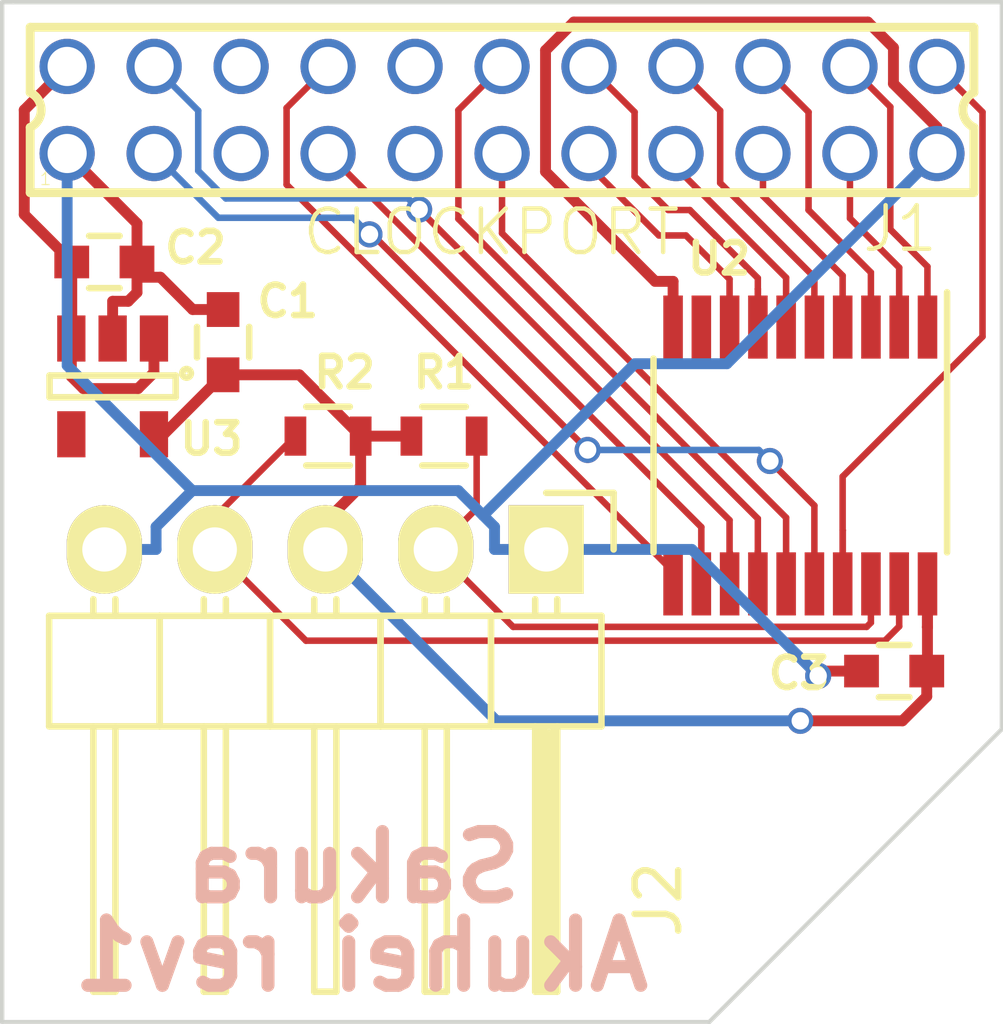
<source format=kicad_pcb>
(kicad_pcb (version 20171130) (host pcbnew "(5.1.12)-1")

  (general
    (thickness 1.6)
    (drawings 8)
    (tracks 193)
    (zones 0)
    (modules 9)
    (nets 26)
  )

  (page A4)
  (layers
    (0 F.Cu signal)
    (31 B.Cu signal)
    (32 B.Adhes user)
    (33 F.Adhes user)
    (34 B.Paste user)
    (35 F.Paste user)
    (36 B.SilkS user)
    (37 F.SilkS user)
    (38 B.Mask user)
    (39 F.Mask user)
    (40 Dwgs.User user)
    (41 Cmts.User user)
    (42 Eco1.User user)
    (43 Eco2.User user)
    (44 Edge.Cuts user)
    (45 Margin user)
    (46 B.CrtYd user)
    (47 F.CrtYd user)
    (48 B.Fab user)
    (49 F.Fab user)
  )

  (setup
    (last_trace_width 0.15)
    (trace_clearance 0.1)
    (zone_clearance 0.254)
    (zone_45_only no)
    (trace_min 0.1)
    (via_size 0.6)
    (via_drill 0.4)
    (via_min_size 0.4)
    (via_min_drill 0.3)
    (uvia_size 0.3)
    (uvia_drill 0.1)
    (uvias_allowed no)
    (uvia_min_size 0.2)
    (uvia_min_drill 0.1)
    (edge_width 0.1)
    (segment_width 0.2)
    (pcb_text_width 0.3)
    (pcb_text_size 1.5 1.5)
    (mod_edge_width 0.15)
    (mod_text_size 1 1)
    (mod_text_width 0.15)
    (pad_size 1.5 1.5)
    (pad_drill 0.6)
    (pad_to_mask_clearance 0)
    (aux_axis_origin 134.8867 121.92)
    (visible_elements 7FFFFFFF)
    (pcbplotparams
      (layerselection 0x210f8_80000001)
      (usegerberextensions false)
      (usegerberattributes true)
      (usegerberadvancedattributes true)
      (creategerberjobfile true)
      (excludeedgelayer true)
      (linewidth 0.100000)
      (plotframeref false)
      (viasonmask false)
      (mode 1)
      (useauxorigin true)
      (hpglpennumber 1)
      (hpglpenspeed 20)
      (hpglpendiameter 15.000000)
      (psnegative false)
      (psa4output false)
      (plotreference true)
      (plotvalue true)
      (plotinvisibletext false)
      (padsonsilk false)
      (subtractmaskfromsilk false)
      (outputformat 1)
      (mirror false)
      (drillshape 0)
      (scaleselection 1)
      (outputdirectory "Gerber/"))
  )

  (net 0 "")
  (net 1 +3V3)
  (net 2 GND)
  (net 3 +5V)
  (net 4 CP_INT)
  (net 5 CP_CS)
  (net 6 "Net-(J1-Pad5)")
  (net 7 "Net-(J1-Pad6)")
  (net 8 CP_IORD)
  (net 9 CP_IOWR)
  (net 10 "Net-(J1-Pad9)")
  (net 11 "Net-(J1-Pad10)")
  (net 12 /A1)
  (net 13 /A2)
  (net 14 /D7)
  (net 15 /D6)
  (net 16 /D5)
  (net 17 /D4)
  (net 18 /D3)
  (net 19 /D2)
  (net 20 /D1)
  (net 21 /D0)
  (net 22 CP_RESET)
  (net 23 SCL)
  (net 24 SDA)
  (net 25 "Net-(U2-Pad9)")

  (net_class Default "This is the default net class."
    (clearance 0.1)
    (trace_width 0.15)
    (via_dia 0.6)
    (via_drill 0.4)
    (uvia_dia 0.3)
    (uvia_drill 0.1)
    (add_net /A1)
    (add_net /A2)
    (add_net /D0)
    (add_net /D1)
    (add_net /D2)
    (add_net /D3)
    (add_net /D4)
    (add_net /D5)
    (add_net /D6)
    (add_net /D7)
    (add_net CP_CS)
    (add_net CP_INT)
    (add_net CP_IORD)
    (add_net CP_IOWR)
    (add_net CP_RESET)
    (add_net "Net-(J1-Pad10)")
    (add_net "Net-(J1-Pad5)")
    (add_net "Net-(J1-Pad6)")
    (add_net "Net-(J1-Pad9)")
    (add_net "Net-(U2-Pad9)")
    (add_net SCL)
    (add_net SDA)
  )

  (net_class Power ""
    (clearance 0.2)
    (trace_width 0.25)
    (via_dia 0.6)
    (via_drill 0.4)
    (uvia_dia 0.3)
    (uvia_drill 0.1)
    (add_net +3V3)
    (add_net +5V)
    (add_net GND)
  )

  (module Capacitors_SMD:C_0603 (layer F.Cu) (tedit 566BD818) (tstamp 55D47427)
    (at 141.732 104.458 90)
    (descr "Capacitor SMD 0603, reflow soldering, AVX (see smccp.pdf)")
    (tags "capacitor 0603")
    (path /55CFA068)
    (attr smd)
    (fp_text reference C1 (at 0.9398 1.4859 180) (layer F.SilkS)
      (effects (font (size 0.7 0.7) (thickness 0.15)))
    )
    (fp_text value 1uF (at -0.0381 0.0127 180) (layer F.Fab)
      (effects (font (size 0.5 0.5) (thickness 0.125)))
    )
    (fp_line (start -1.45 -0.75) (end 1.45 -0.75) (layer F.CrtYd) (width 0.05))
    (fp_line (start -1.45 0.75) (end 1.45 0.75) (layer F.CrtYd) (width 0.05))
    (fp_line (start -1.45 -0.75) (end -1.45 0.75) (layer F.CrtYd) (width 0.05))
    (fp_line (start 1.45 -0.75) (end 1.45 0.75) (layer F.CrtYd) (width 0.05))
    (fp_line (start -0.35 -0.6) (end 0.35 -0.6) (layer F.SilkS) (width 0.15))
    (fp_line (start 0.35 0.6) (end -0.35 0.6) (layer F.SilkS) (width 0.15))
    (pad 1 smd rect (at -0.75 0 90) (size 0.8 0.75) (layers F.Cu F.Paste F.Mask)
      (net 1 +3V3))
    (pad 2 smd rect (at 0.75 0 90) (size 0.8 0.75) (layers F.Cu F.Paste F.Mask)
      (net 2 GND))
    (model Capacitors_SMD.3dshapes/C_0603.wrl
      (at (xyz 0 0 0))
      (scale (xyz 1 1 1))
      (rotate (xyz 0 0 0))
    )
  )

  (module Capacitors_SMD:C_0603 (layer F.Cu) (tedit 566BD80E) (tstamp 55D47433)
    (at 139.002 102.616)
    (descr "Capacitor SMD 0603, reflow soldering, AVX (see smccp.pdf)")
    (tags "capacitor 0603")
    (path /55CFA110)
    (attr smd)
    (fp_text reference C2 (at 2.0955 -0.3302) (layer F.SilkS)
      (effects (font (size 0.7 0.7) (thickness 0.15)))
    )
    (fp_text value 0.1uF (at 0.0254 -0.0508 90) (layer F.Fab)
      (effects (font (size 0.5 0.5) (thickness 0.125)))
    )
    (fp_line (start -1.45 -0.75) (end 1.45 -0.75) (layer F.CrtYd) (width 0.05))
    (fp_line (start -1.45 0.75) (end 1.45 0.75) (layer F.CrtYd) (width 0.05))
    (fp_line (start -1.45 -0.75) (end -1.45 0.75) (layer F.CrtYd) (width 0.05))
    (fp_line (start 1.45 -0.75) (end 1.45 0.75) (layer F.CrtYd) (width 0.05))
    (fp_line (start -0.35 -0.6) (end 0.35 -0.6) (layer F.SilkS) (width 0.15))
    (fp_line (start 0.35 0.6) (end -0.35 0.6) (layer F.SilkS) (width 0.15))
    (pad 1 smd rect (at -0.75 0) (size 0.8 0.75) (layers F.Cu F.Paste F.Mask)
      (net 3 +5V))
    (pad 2 smd rect (at 0.75 0) (size 0.8 0.75) (layers F.Cu F.Paste F.Mask)
      (net 2 GND))
    (model Capacitors_SMD.3dshapes/C_0603.wrl
      (at (xyz 0 0 0))
      (scale (xyz 1 1 1))
      (rotate (xyz 0 0 0))
    )
  )

  (module Capacitors_SMD:C_0603 (layer F.Cu) (tedit 566BD873) (tstamp 55D4743F)
    (at 157.162 112.014 180)
    (descr "Capacitor SMD 0603, reflow soldering, AVX (see smccp.pdf)")
    (tags "capacitor 0603")
    (path /55CFC60B)
    (attr smd)
    (fp_text reference C3 (at 2.1844 -0.0508 180) (layer F.SilkS)
      (effects (font (size 0.7 0.7) (thickness 0.15)))
    )
    (fp_text value 100nF (at 0.0508 -1.3081 180) (layer F.Fab)
      (effects (font (size 0.5 0.5) (thickness 0.125)))
    )
    (fp_line (start -1.45 -0.75) (end 1.45 -0.75) (layer F.CrtYd) (width 0.05))
    (fp_line (start -1.45 0.75) (end 1.45 0.75) (layer F.CrtYd) (width 0.05))
    (fp_line (start -1.45 -0.75) (end -1.45 0.75) (layer F.CrtYd) (width 0.05))
    (fp_line (start 1.45 -0.75) (end 1.45 0.75) (layer F.CrtYd) (width 0.05))
    (fp_line (start -0.35 -0.6) (end 0.35 -0.6) (layer F.SilkS) (width 0.15))
    (fp_line (start 0.35 0.6) (end -0.35 0.6) (layer F.SilkS) (width 0.15))
    (pad 1 smd rect (at -0.75 0 180) (size 0.8 0.75) (layers F.Cu F.Paste F.Mask)
      (net 1 +3V3))
    (pad 2 smd rect (at 0.75 0 180) (size 0.8 0.75) (layers F.Cu F.Paste F.Mask)
      (net 2 GND))
    (model Capacitors_SMD.3dshapes/C_0603.wrl
      (at (xyz 0 0 0))
      (scale (xyz 1 1 1))
      (rotate (xyz 0 0 0))
    )
  )

  (module con-molex:87758-2216 (layer F.Cu) (tedit 566C2A04) (tstamp 55D47478)
    (at 148.146 99.1235)
    (descr "<b>22 Pin - 2mm Dual Row Single Wafer, Vertical T/H HDR</b><p> Source: http://www.molex.com/pdm_docs/sd/877580616_sd.pdf")
    (path /55CF5772)
    (fp_text reference J1 (at 8.2296 3.3147) (layer F.SilkS)
      (effects (font (size 1 1) (thickness 0.1016)) (justify left bottom))
    )
    (fp_text value CLOCKPORT (at -4.6482 3.3909) (layer F.SilkS)
      (effects (font (size 1 1) (thickness 0.1016)) (justify left bottom))
    )
    (fp_line (start -10.85 1.9) (end 10.85 1.9) (layer F.SilkS) (width 0.2032))
    (fp_line (start 10.85 1.9) (end 10.85 0.4) (layer F.SilkS) (width 0.2032))
    (fp_line (start 10.85 -0.4) (end 10.85 -1.9) (layer F.SilkS) (width 0.2032))
    (fp_line (start 10.85 -1.9) (end -10.85 -1.9) (layer F.SilkS) (width 0.2032))
    (fp_line (start -10.85 -1.9) (end -10.85 -0.4) (layer F.SilkS) (width 0.2032))
    (fp_line (start -10.85 0.4) (end -10.85 1.9) (layer F.SilkS) (width 0.2032))
    (fp_poly (pts (xy -10.25 1.25) (xy -9.75 1.25) (xy -9.75 0.75) (xy -10.25 0.75)) (layer Dwgs.User) (width 0))
    (fp_poly (pts (xy -10.25 -0.75) (xy -9.75 -0.75) (xy -9.75 -1.25) (xy -10.25 -1.25)) (layer Dwgs.User) (width 0))
    (fp_poly (pts (xy -8.25 1.25) (xy -7.75 1.25) (xy -7.75 0.75) (xy -8.25 0.75)) (layer Dwgs.User) (width 0))
    (fp_poly (pts (xy -8.25 -0.75) (xy -7.75 -0.75) (xy -7.75 -1.25) (xy -8.25 -1.25)) (layer Dwgs.User) (width 0))
    (fp_poly (pts (xy -6.25 1.25) (xy -5.75 1.25) (xy -5.75 0.75) (xy -6.25 0.75)) (layer Dwgs.User) (width 0))
    (fp_poly (pts (xy -6.25 -0.75) (xy -5.75 -0.75) (xy -5.75 -1.25) (xy -6.25 -1.25)) (layer Dwgs.User) (width 0))
    (fp_poly (pts (xy -4.25 1.25) (xy -3.75 1.25) (xy -3.75 0.75) (xy -4.25 0.75)) (layer Dwgs.User) (width 0))
    (fp_poly (pts (xy -4.25 -0.75) (xy -3.75 -0.75) (xy -3.75 -1.25) (xy -4.25 -1.25)) (layer Dwgs.User) (width 0))
    (fp_poly (pts (xy -2.25 1.25) (xy -1.75 1.25) (xy -1.75 0.75) (xy -2.25 0.75)) (layer Dwgs.User) (width 0))
    (fp_poly (pts (xy -2.25 -0.75) (xy -1.75 -0.75) (xy -1.75 -1.25) (xy -2.25 -1.25)) (layer Dwgs.User) (width 0))
    (fp_poly (pts (xy -0.25 1.25) (xy 0.25 1.25) (xy 0.25 0.75) (xy -0.25 0.75)) (layer Dwgs.User) (width 0))
    (fp_poly (pts (xy -0.25 -0.75) (xy 0.25 -0.75) (xy 0.25 -1.25) (xy -0.25 -1.25)) (layer Dwgs.User) (width 0))
    (fp_poly (pts (xy 1.75 1.25) (xy 2.25 1.25) (xy 2.25 0.75) (xy 1.75 0.75)) (layer Dwgs.User) (width 0))
    (fp_poly (pts (xy 1.75 -0.75) (xy 2.25 -0.75) (xy 2.25 -1.25) (xy 1.75 -1.25)) (layer Dwgs.User) (width 0))
    (fp_poly (pts (xy 3.75 1.25) (xy 4.25 1.25) (xy 4.25 0.75) (xy 3.75 0.75)) (layer Dwgs.User) (width 0))
    (fp_poly (pts (xy 3.75 -0.75) (xy 4.25 -0.75) (xy 4.25 -1.25) (xy 3.75 -1.25)) (layer Dwgs.User) (width 0))
    (fp_poly (pts (xy 5.75 1.25) (xy 6.25 1.25) (xy 6.25 0.75) (xy 5.75 0.75)) (layer Dwgs.User) (width 0))
    (fp_poly (pts (xy 5.75 -0.75) (xy 6.25 -0.75) (xy 6.25 -1.25) (xy 5.75 -1.25)) (layer Dwgs.User) (width 0))
    (fp_poly (pts (xy 7.75 1.25) (xy 8.25 1.25) (xy 8.25 0.75) (xy 7.75 0.75)) (layer Dwgs.User) (width 0))
    (fp_poly (pts (xy 7.75 -0.75) (xy 8.25 -0.75) (xy 8.25 -1.25) (xy 7.75 -1.25)) (layer Dwgs.User) (width 0))
    (fp_poly (pts (xy 9.75 1.25) (xy 10.25 1.25) (xy 10.25 0.75) (xy 9.75 0.75)) (layer Dwgs.User) (width 0))
    (fp_poly (pts (xy 9.75 -0.75) (xy 10.25 -0.75) (xy 10.25 -1.25) (xy 9.75 -1.25)) (layer Dwgs.User) (width 0))
    (fp_text user 1 (at -10.65 1.75) (layer F.SilkS)
      (effects (font (size 0.28956 0.28956) (thickness 0.024384)) (justify left bottom))
    )
    (fp_arc (start -11.039999 0) (end -10.85 -0.4) (angle 129.184564) (layer F.SilkS) (width 0.2032))
    (fp_arc (start 11.039999 0) (end 10.85 0.4) (angle 129.184564) (layer F.SilkS) (width 0.2032))
    (pad 1 thru_hole circle (at -10 1) (size 1.27 1.27) (drill 0.9) (layers *.Cu *.Mask)
      (net 2 GND))
    (pad 2 thru_hole circle (at -10 -1) (size 1.27 1.27) (drill 0.9) (layers *.Cu *.Mask)
      (net 3 +5V))
    (pad 3 thru_hole circle (at -8 1) (size 1.27 1.27) (drill 0.9) (layers *.Cu *.Mask)
      (net 4 CP_INT))
    (pad 4 thru_hole circle (at -8 -1) (size 1.27 1.27) (drill 0.9) (layers *.Cu *.Mask)
      (net 5 CP_CS))
    (pad 5 thru_hole circle (at -6 1) (size 1.27 1.27) (drill 0.9) (layers *.Cu *.Mask)
      (net 6 "Net-(J1-Pad5)"))
    (pad 6 thru_hole circle (at -6 -1) (size 1.27 1.27) (drill 0.9) (layers *.Cu *.Mask)
      (net 7 "Net-(J1-Pad6)"))
    (pad 7 thru_hole circle (at -4 1) (size 1.27 1.27) (drill 0.9) (layers *.Cu *.Mask)
      (net 8 CP_IORD))
    (pad 8 thru_hole circle (at -4 -1) (size 1.27 1.27) (drill 0.9) (layers *.Cu *.Mask)
      (net 9 CP_IOWR))
    (pad 9 thru_hole circle (at -2 1) (size 1.27 1.27) (drill 0.9) (layers *.Cu *.Mask)
      (net 10 "Net-(J1-Pad9)"))
    (pad 10 thru_hole circle (at -2 -1) (size 1.27 1.27) (drill 0.9) (layers *.Cu *.Mask)
      (net 11 "Net-(J1-Pad10)"))
    (pad 11 thru_hole circle (at 0 1) (size 1.27 1.27) (drill 0.9) (layers *.Cu *.Mask)
      (net 13 /A2))
    (pad 12 thru_hole circle (at 0 -1) (size 1.27 1.27) (drill 0.9) (layers *.Cu *.Mask)
      (net 12 /A1))
    (pad 13 thru_hole circle (at 2 1) (size 1.27 1.27) (drill 0.9) (layers *.Cu *.Mask)
      (net 14 /D7))
    (pad 14 thru_hole circle (at 2 -1) (size 1.27 1.27) (drill 0.9) (layers *.Cu *.Mask)
      (net 15 /D6))
    (pad 15 thru_hole circle (at 4 1) (size 1.27 1.27) (drill 0.9) (layers *.Cu *.Mask)
      (net 16 /D5))
    (pad 16 thru_hole circle (at 4 -1) (size 1.27 1.27) (drill 0.9) (layers *.Cu *.Mask)
      (net 17 /D4))
    (pad 17 thru_hole circle (at 6 1) (size 1.27 1.27) (drill 0.9) (layers *.Cu *.Mask)
      (net 18 /D3))
    (pad 18 thru_hole circle (at 6 -1) (size 1.27 1.27) (drill 0.9) (layers *.Cu *.Mask)
      (net 19 /D2))
    (pad 19 thru_hole circle (at 8 1) (size 1.27 1.27) (drill 0.9) (layers *.Cu *.Mask)
      (net 20 /D1))
    (pad 20 thru_hole circle (at 8 -1) (size 1.27 1.27) (drill 0.9) (layers *.Cu *.Mask)
      (net 21 /D0))
    (pad 21 thru_hole circle (at 10 1) (size 1.27 1.27) (drill 0.9) (layers *.Cu *.Mask)
      (net 2 GND))
    (pad 22 thru_hole circle (at 10 -1) (size 1.27 1.27) (drill 0.9) (layers *.Cu *.Mask)
      (net 22 CP_RESET))
  )

  (module Pin_Headers:Pin_Header_Angled_1x05 (layer F.Cu) (tedit 566BD5CF) (tstamp 55D474B9)
    (at 149.162 109.22 270)
    (descr "Through hole pin header")
    (tags "pin header")
    (path /55CF6E7C)
    (fp_text reference J2 (at 8.0391 -2.5781 270) (layer F.SilkS)
      (effects (font (size 1 1) (thickness 0.15)))
    )
    (fp_text value I2C (at 5.2197 -2.6035 270) (layer F.Fab)
      (effects (font (size 1 1) (thickness 0.15)))
    )
    (fp_line (start -1.5 -1.75) (end -1.5 11.95) (layer F.CrtYd) (width 0.05))
    (fp_line (start 10.65 -1.75) (end 10.65 11.95) (layer F.CrtYd) (width 0.05))
    (fp_line (start -1.5 -1.75) (end 10.65 -1.75) (layer F.CrtYd) (width 0.05))
    (fp_line (start -1.5 11.95) (end 10.65 11.95) (layer F.CrtYd) (width 0.05))
    (fp_line (start -1.3 -1.55) (end -1.3 0) (layer F.SilkS) (width 0.15))
    (fp_line (start 0 -1.55) (end -1.3 -1.55) (layer F.SilkS) (width 0.15))
    (fp_line (start 4.191 -0.127) (end 10.033 -0.127) (layer F.SilkS) (width 0.15))
    (fp_line (start 10.033 -0.127) (end 10.033 0.127) (layer F.SilkS) (width 0.15))
    (fp_line (start 10.033 0.127) (end 4.191 0.127) (layer F.SilkS) (width 0.15))
    (fp_line (start 4.191 0.127) (end 4.191 0) (layer F.SilkS) (width 0.15))
    (fp_line (start 4.191 0) (end 10.033 0) (layer F.SilkS) (width 0.15))
    (fp_line (start 1.524 -0.254) (end 1.143 -0.254) (layer F.SilkS) (width 0.15))
    (fp_line (start 1.524 0.254) (end 1.143 0.254) (layer F.SilkS) (width 0.15))
    (fp_line (start 1.524 2.286) (end 1.143 2.286) (layer F.SilkS) (width 0.15))
    (fp_line (start 1.524 2.794) (end 1.143 2.794) (layer F.SilkS) (width 0.15))
    (fp_line (start 1.524 4.826) (end 1.143 4.826) (layer F.SilkS) (width 0.15))
    (fp_line (start 1.524 5.334) (end 1.143 5.334) (layer F.SilkS) (width 0.15))
    (fp_line (start 1.524 7.366) (end 1.143 7.366) (layer F.SilkS) (width 0.15))
    (fp_line (start 1.524 7.874) (end 1.143 7.874) (layer F.SilkS) (width 0.15))
    (fp_line (start 1.524 10.414) (end 1.143 10.414) (layer F.SilkS) (width 0.15))
    (fp_line (start 1.524 9.906) (end 1.143 9.906) (layer F.SilkS) (width 0.15))
    (fp_line (start 4.064 1.27) (end 4.064 -1.27) (layer F.SilkS) (width 0.15))
    (fp_line (start 10.16 0.254) (end 4.064 0.254) (layer F.SilkS) (width 0.15))
    (fp_line (start 10.16 -0.254) (end 10.16 0.254) (layer F.SilkS) (width 0.15))
    (fp_line (start 4.064 -0.254) (end 10.16 -0.254) (layer F.SilkS) (width 0.15))
    (fp_line (start 1.524 1.27) (end 4.064 1.27) (layer F.SilkS) (width 0.15))
    (fp_line (start 1.524 -1.27) (end 1.524 1.27) (layer F.SilkS) (width 0.15))
    (fp_line (start 1.524 -1.27) (end 4.064 -1.27) (layer F.SilkS) (width 0.15))
    (fp_line (start 1.524 3.81) (end 4.064 3.81) (layer F.SilkS) (width 0.15))
    (fp_line (start 1.524 3.81) (end 1.524 6.35) (layer F.SilkS) (width 0.15))
    (fp_line (start 1.524 6.35) (end 4.064 6.35) (layer F.SilkS) (width 0.15))
    (fp_line (start 4.064 4.826) (end 10.16 4.826) (layer F.SilkS) (width 0.15))
    (fp_line (start 10.16 4.826) (end 10.16 5.334) (layer F.SilkS) (width 0.15))
    (fp_line (start 10.16 5.334) (end 4.064 5.334) (layer F.SilkS) (width 0.15))
    (fp_line (start 4.064 6.35) (end 4.064 3.81) (layer F.SilkS) (width 0.15))
    (fp_line (start 4.064 3.81) (end 4.064 1.27) (layer F.SilkS) (width 0.15))
    (fp_line (start 10.16 2.794) (end 4.064 2.794) (layer F.SilkS) (width 0.15))
    (fp_line (start 10.16 2.286) (end 10.16 2.794) (layer F.SilkS) (width 0.15))
    (fp_line (start 4.064 2.286) (end 10.16 2.286) (layer F.SilkS) (width 0.15))
    (fp_line (start 1.524 3.81) (end 4.064 3.81) (layer F.SilkS) (width 0.15))
    (fp_line (start 1.524 1.27) (end 1.524 3.81) (layer F.SilkS) (width 0.15))
    (fp_line (start 1.524 1.27) (end 4.064 1.27) (layer F.SilkS) (width 0.15))
    (fp_line (start 1.524 8.89) (end 4.064 8.89) (layer F.SilkS) (width 0.15))
    (fp_line (start 1.524 8.89) (end 1.524 11.43) (layer F.SilkS) (width 0.15))
    (fp_line (start 1.524 11.43) (end 4.064 11.43) (layer F.SilkS) (width 0.15))
    (fp_line (start 4.064 9.906) (end 10.16 9.906) (layer F.SilkS) (width 0.15))
    (fp_line (start 10.16 9.906) (end 10.16 10.414) (layer F.SilkS) (width 0.15))
    (fp_line (start 10.16 10.414) (end 4.064 10.414) (layer F.SilkS) (width 0.15))
    (fp_line (start 4.064 11.43) (end 4.064 8.89) (layer F.SilkS) (width 0.15))
    (fp_line (start 4.064 8.89) (end 4.064 6.35) (layer F.SilkS) (width 0.15))
    (fp_line (start 10.16 7.874) (end 4.064 7.874) (layer F.SilkS) (width 0.15))
    (fp_line (start 10.16 7.366) (end 10.16 7.874) (layer F.SilkS) (width 0.15))
    (fp_line (start 4.064 7.366) (end 10.16 7.366) (layer F.SilkS) (width 0.15))
    (fp_line (start 1.524 8.89) (end 4.064 8.89) (layer F.SilkS) (width 0.15))
    (fp_line (start 1.524 6.35) (end 1.524 8.89) (layer F.SilkS) (width 0.15))
    (fp_line (start 1.524 6.35) (end 4.064 6.35) (layer F.SilkS) (width 0.15))
    (pad 1 thru_hole rect (at 0 0 270) (size 2.032 1.7272) (drill 1.016) (layers *.Cu *.Mask F.SilkS)
      (net 2 GND))
    (pad 2 thru_hole oval (at 0 2.54 270) (size 2.032 1.7272) (drill 1.016) (layers *.Cu *.Mask F.SilkS)
      (net 23 SCL))
    (pad 3 thru_hole oval (at 0 5.08 270) (size 2.032 1.7272) (drill 1.016) (layers *.Cu *.Mask F.SilkS)
      (net 1 +3V3))
    (pad 4 thru_hole oval (at 0 7.62 270) (size 2.032 1.7272) (drill 1.016) (layers *.Cu *.Mask F.SilkS)
      (net 24 SDA))
    (pad 5 thru_hole oval (at 0 10.16 270) (size 2.032 1.7272) (drill 1.016) (layers *.Cu *.Mask F.SilkS)
      (net 2 GND))
    (model Pin_Headers.3dshapes/Pin_Header_Angled_1x05.wrl
      (offset (xyz 0 -5.079999923706055 0))
      (scale (xyz 1 1 1))
      (rotate (xyz 0 0 90))
    )
  )

  (module Resistors_SMD:R_0603 (layer F.Cu) (tedit 566BD83C) (tstamp 55D474C5)
    (at 146.812 106.616 180)
    (descr "Resistor SMD 0603, reflow soldering, Vishay (see dcrcw.pdf)")
    (tags "resistor 0603")
    (path /55CF7044)
    (attr smd)
    (fp_text reference R1 (at 0 1.4605 180) (layer F.SilkS)
      (effects (font (size 0.7 0.7) (thickness 0.15)))
    )
    (fp_text value 4.7k (at -0.0381 0 270) (layer F.Fab)
      (effects (font (size 0.5 0.5) (thickness 0.125)))
    )
    (fp_line (start -1.3 -0.8) (end 1.3 -0.8) (layer F.CrtYd) (width 0.05))
    (fp_line (start -1.3 0.8) (end 1.3 0.8) (layer F.CrtYd) (width 0.05))
    (fp_line (start -1.3 -0.8) (end -1.3 0.8) (layer F.CrtYd) (width 0.05))
    (fp_line (start 1.3 -0.8) (end 1.3 0.8) (layer F.CrtYd) (width 0.05))
    (fp_line (start 0.5 0.675) (end -0.5 0.675) (layer F.SilkS) (width 0.15))
    (fp_line (start -0.5 -0.675) (end 0.5 -0.675) (layer F.SilkS) (width 0.15))
    (pad 1 smd rect (at -0.75 0 180) (size 0.5 0.9) (layers F.Cu F.Paste F.Mask)
      (net 23 SCL))
    (pad 2 smd rect (at 0.75 0 180) (size 0.5 0.9) (layers F.Cu F.Paste F.Mask)
      (net 1 +3V3))
    (model Resistors_SMD.3dshapes/R_0603.wrl
      (at (xyz 0 0 0))
      (scale (xyz 1 1 1))
      (rotate (xyz 0 0 0))
    )
  )

  (module Resistors_SMD:R_0603 (layer F.Cu) (tedit 566BD835) (tstamp 55D474D1)
    (at 144.145 106.616)
    (descr "Resistor SMD 0603, reflow soldering, Vishay (see dcrcw.pdf)")
    (tags "resistor 0603")
    (path /55CF70F8)
    (attr smd)
    (fp_text reference R2 (at 0.381 -1.4605) (layer F.SilkS)
      (effects (font (size 0.7 0.7) (thickness 0.15)))
    )
    (fp_text value 4.7k (at 0.0254 -0.0254 90) (layer F.Fab)
      (effects (font (size 0.5 0.5) (thickness 0.125)))
    )
    (fp_line (start -1.3 -0.8) (end 1.3 -0.8) (layer F.CrtYd) (width 0.05))
    (fp_line (start -1.3 0.8) (end 1.3 0.8) (layer F.CrtYd) (width 0.05))
    (fp_line (start -1.3 -0.8) (end -1.3 0.8) (layer F.CrtYd) (width 0.05))
    (fp_line (start 1.3 -0.8) (end 1.3 0.8) (layer F.CrtYd) (width 0.05))
    (fp_line (start 0.5 0.675) (end -0.5 0.675) (layer F.SilkS) (width 0.15))
    (fp_line (start -0.5 -0.675) (end 0.5 -0.675) (layer F.SilkS) (width 0.15))
    (pad 1 smd rect (at -0.75 0) (size 0.5 0.9) (layers F.Cu F.Paste F.Mask)
      (net 24 SDA))
    (pad 2 smd rect (at 0.75 0) (size 0.5 0.9) (layers F.Cu F.Paste F.Mask)
      (net 1 +3V3))
    (model Resistors_SMD.3dshapes/R_0603.wrl
      (at (xyz 0 0 0))
      (scale (xyz 1 1 1))
      (rotate (xyz 0 0 0))
    )
  )

  (module Housings_SSOP:TSSOP-20_4.4x6.5mm_Pitch0.65mm (layer F.Cu) (tedit 566BD845) (tstamp 55D474EF)
    (at 155.004 107.061 270)
    (descr "20-Lead Plastic Thin Shrink Small Outline (ST)-4.4 mm Body [TSSOP] (see Microchip Packaging Specification 00000049BS.pdf)")
    (tags "SSOP 0.65")
    (path /55CF57A4)
    (attr smd)
    (fp_text reference U2 (at -4.5212 1.8669) (layer F.SilkS)
      (effects (font (size 0.7 0.7) (thickness 0.15)))
    )
    (fp_text value PCA9564 (at -1.7018 4.0386 270) (layer F.Fab)
      (effects (font (size 0.7 0.7) (thickness 0.15)))
    )
    (fp_line (start -3.95 -3.55) (end -3.95 3.55) (layer F.CrtYd) (width 0.05))
    (fp_line (start 3.95 -3.55) (end 3.95 3.55) (layer F.CrtYd) (width 0.05))
    (fp_line (start -3.95 -3.55) (end 3.95 -3.55) (layer F.CrtYd) (width 0.05))
    (fp_line (start -3.95 3.55) (end 3.95 3.55) (layer F.CrtYd) (width 0.05))
    (fp_line (start -2.225 3.375) (end 2.225 3.375) (layer F.SilkS) (width 0.15))
    (fp_line (start -3.75 -3.375) (end 2.225 -3.375) (layer F.SilkS) (width 0.15))
    (pad 1 smd rect (at -2.95 -2.925 270) (size 1.45 0.45) (layers F.Cu F.Paste F.Mask)
      (net 21 /D0))
    (pad 2 smd rect (at -2.95 -2.275 270) (size 1.45 0.45) (layers F.Cu F.Paste F.Mask)
      (net 20 /D1))
    (pad 3 smd rect (at -2.95 -1.625 270) (size 1.45 0.45) (layers F.Cu F.Paste F.Mask)
      (net 19 /D2))
    (pad 4 smd rect (at -2.95 -0.975 270) (size 1.45 0.45) (layers F.Cu F.Paste F.Mask)
      (net 18 /D3))
    (pad 5 smd rect (at -2.95 -0.325 270) (size 1.45 0.45) (layers F.Cu F.Paste F.Mask)
      (net 17 /D4))
    (pad 6 smd rect (at -2.95 0.325 270) (size 1.45 0.45) (layers F.Cu F.Paste F.Mask)
      (net 16 /D5))
    (pad 7 smd rect (at -2.95 0.975 270) (size 1.45 0.45) (layers F.Cu F.Paste F.Mask)
      (net 15 /D6))
    (pad 8 smd rect (at -2.95 1.625 270) (size 1.45 0.45) (layers F.Cu F.Paste F.Mask)
      (net 14 /D7))
    (pad 9 smd rect (at -2.95 2.275 270) (size 1.45 0.45) (layers F.Cu F.Paste F.Mask)
      (net 25 "Net-(U2-Pad9)"))
    (pad 10 smd rect (at -2.95 2.925 270) (size 1.45 0.45) (layers F.Cu F.Paste F.Mask)
      (net 2 GND))
    (pad 11 smd rect (at 2.95 2.925 270) (size 1.45 0.45) (layers F.Cu F.Paste F.Mask)
      (net 9 CP_IOWR))
    (pad 12 smd rect (at 2.95 2.275 270) (size 1.45 0.45) (layers F.Cu F.Paste F.Mask)
      (net 8 CP_IORD))
    (pad 13 smd rect (at 2.95 1.625 270) (size 1.45 0.45) (layers F.Cu F.Paste F.Mask)
      (net 5 CP_CS))
    (pad 14 smd rect (at 2.95 0.975 270) (size 1.45 0.45) (layers F.Cu F.Paste F.Mask)
      (net 12 /A1))
    (pad 15 smd rect (at 2.95 0.325 270) (size 1.45 0.45) (layers F.Cu F.Paste F.Mask)
      (net 13 /A2))
    (pad 16 smd rect (at 2.95 -0.325 270) (size 1.45 0.45) (layers F.Cu F.Paste F.Mask)
      (net 4 CP_INT))
    (pad 17 smd rect (at 2.95 -0.975 270) (size 1.45 0.45) (layers F.Cu F.Paste F.Mask)
      (net 22 CP_RESET))
    (pad 18 smd rect (at 2.95 -1.625 270) (size 1.45 0.45) (layers F.Cu F.Paste F.Mask)
      (net 23 SCL))
    (pad 19 smd rect (at 2.95 -2.275 270) (size 1.45 0.45) (layers F.Cu F.Paste F.Mask)
      (net 24 SDA))
    (pad 20 smd rect (at 2.95 -2.925 270) (size 1.45 0.45) (layers F.Cu F.Paste F.Mask)
      (net 1 +3V3))
    (model Housings_SSOP.3dshapes/TSSOP-20_4.4x6.5mm_Pitch0.65mm.wrl
      (at (xyz 0 0 0))
      (scale (xyz 1 1 1))
      (rotate (xyz 0 0 0))
    )
  )

  (module SOT-23-5 (layer F.Cu) (tedit 566BD82A) (tstamp 55D47501)
    (at 139.192 105.474 270)
    (descr "5-pin SOT23 package")
    (tags SOT-23-5)
    (path /55CF8B6E)
    (attr smd)
    (fp_text reference U3 (at 1.2065 -2.2733) (layer F.SilkS)
      (effects (font (size 0.7 0.7) (thickness 0.15)))
    )
    (fp_text value TLV70233DBV (at -0.254 1.8923 270) (layer F.Fab)
      (effects (font (size 0.5 0.5) (thickness 0.125)))
    )
    (fp_circle (center -0.3 -1.7) (end -0.2 -1.7) (layer F.SilkS) (width 0.15))
    (fp_line (start -1.8 -1.6) (end 1.8 -1.6) (layer F.CrtYd) (width 0.05))
    (fp_line (start 1.8 -1.6) (end 1.8 1.6) (layer F.CrtYd) (width 0.05))
    (fp_line (start 1.8 1.6) (end -1.8 1.6) (layer F.CrtYd) (width 0.05))
    (fp_line (start -1.8 1.6) (end -1.8 -1.6) (layer F.CrtYd) (width 0.05))
    (fp_line (start 0.25 -1.45) (end -0.25 -1.45) (layer F.SilkS) (width 0.15))
    (fp_line (start 0.25 1.45) (end 0.25 -1.45) (layer F.SilkS) (width 0.15))
    (fp_line (start -0.25 1.45) (end 0.25 1.45) (layer F.SilkS) (width 0.15))
    (fp_line (start -0.25 -1.45) (end -0.25 1.45) (layer F.SilkS) (width 0.15))
    (pad 1 smd rect (at -1.1 -0.95 270) (size 1.06 0.65) (layers F.Cu F.Paste F.Mask)
      (net 3 +5V))
    (pad 2 smd rect (at -1.1 0 270) (size 1.06 0.65) (layers F.Cu F.Paste F.Mask)
      (net 2 GND))
    (pad 3 smd rect (at -1.1 0.95 270) (size 1.06 0.65) (layers F.Cu F.Paste F.Mask)
      (net 3 +5V))
    (pad 4 smd rect (at 1.1 0.95 270) (size 1.06 0.65) (layers F.Cu F.Paste F.Mask))
    (pad 5 smd rect (at 1.1 -0.95 270) (size 1.06 0.65) (layers F.Cu F.Paste F.Mask)
      (net 1 +3V3))
    (model Housings_SOT-23_SOT-143_TSOT-6.3dshapes/SOT-23-5.wrl
      (at (xyz 0 0 0))
      (scale (xyz 0.11 0.11 0.11))
      (rotate (xyz 0 0 90))
    )
  )

  (gr_text Sakura (at 144.7165 116.5225) (layer B.SilkS)
    (effects (font (size 1.5 1.5) (thickness 0.3)) (justify mirror))
  )
  (gr_text "Akuhei rev1" (at 144.907 118.5545) (layer B.SilkS)
    (effects (font (size 1.5 1.5) (thickness 0.3)) (justify mirror))
  )
  (gr_line (start 136.652 96.647) (end 136.906 96.647) (angle 90) (layer Edge.Cuts) (width 0.1))
  (gr_line (start 136.652 120.0785) (end 136.652 96.647) (angle 90) (layer Edge.Cuts) (width 0.1))
  (gr_line (start 152.908 120.0785) (end 136.652 120.0785) (angle 90) (layer Edge.Cuts) (width 0.1))
  (gr_line (start 159.639 113.3475) (end 152.908 120.0785) (angle 90) (layer Edge.Cuts) (width 0.1))
  (gr_line (start 159.639 96.647) (end 159.639 113.3475) (angle 90) (layer Edge.Cuts) (width 0.1))
  (gr_line (start 136.906 96.647) (end 159.639 96.647) (angle 90) (layer Edge.Cuts) (width 0.1))

  (segment (start 157.928 111.0045) (end 157.929 111.0035) (width 0.25) (layer F.Cu) (net 1))
  (segment (start 157.929 111.0035) (end 157.929 110.011) (width 0.25) (layer F.Cu) (net 1))
  (segment (start 157.928 111.0045) (end 157.928 111.998) (width 0.25) (layer F.Cu) (net 1))
  (segment (start 157.928 111.998) (end 157.912 112.014) (width 0.25) (layer F.Cu) (net 1))
  (segment (start 157.928 110.011) (end 157.928 111.0045) (width 0.25) (layer F.Cu) (net 1))
  (segment (start 140.142 106.574) (end 140.366 106.574) (width 0.25) (layer F.Cu) (net 1))
  (segment (start 140.366 106.574) (end 141.732 105.208) (width 0.25) (layer F.Cu) (net 1))
  (segment (start 141.732 105.208) (end 143.486 105.208) (width 0.25) (layer F.Cu) (net 1))
  (segment (start 143.486 105.208) (end 144.895 106.616) (width 0.25) (layer F.Cu) (net 1))
  (segment (start 146.062 106.616) (end 144.895 106.616) (width 0.25) (layer F.Cu) (net 1))
  (segment (start 144.082 109.22) (end 144.082 108.585) (width 0.25) (layer F.Cu) (net 1))
  (segment (start 144.082 108.585) (end 144.895 107.772) (width 0.25) (layer F.Cu) (net 1))
  (segment (start 144.895 107.772) (end 144.895 106.616) (width 0.25) (layer F.Cu) (net 1))
  (segment (start 144.082 109.22) (end 148.018 113.157) (width 0.25) (layer B.Cu) (net 1))
  (segment (start 148.018 113.157) (end 155.004 113.157) (width 0.25) (layer B.Cu) (net 1))
  (segment (start 155.004 113.157) (end 157.353 113.157) (width 0.25) (layer F.Cu) (net 1))
  (segment (start 157.353 113.157) (end 157.912 112.598) (width 0.25) (layer F.Cu) (net 1))
  (segment (start 157.912 112.598) (end 157.912 112.014) (width 0.25) (layer F.Cu) (net 1))
  (via (at 155.004 113.157) (size 0.6) (layers F.Cu B.Cu) (net 1))
  (segment (start 141.732 103.708) (end 141.0319 103.708) (width 0.25) (layer F.Cu) (net 2))
  (segment (start 139.752 102.966) (end 140.2899 102.966) (width 0.25) (layer F.Cu) (net 2))
  (segment (start 140.2899 102.966) (end 141.0319 103.708) (width 0.25) (layer F.Cu) (net 2))
  (segment (start 139.752 102.966) (end 139.752 103.3161) (width 0.25) (layer F.Cu) (net 2))
  (segment (start 139.752 102.616) (end 139.752 102.966) (width 0.25) (layer F.Cu) (net 2))
  (segment (start 156.412 112.014) (end 155.5254 112.014) (width 0.25) (layer F.Cu) (net 2))
  (segment (start 155.5254 112.014) (end 155.4154 112.124) (width 0.25) (layer F.Cu) (net 2))
  (segment (start 149.162 109.22) (end 152.5114 109.22) (width 0.25) (layer B.Cu) (net 2))
  (segment (start 152.5114 109.22) (end 155.4154 112.124) (width 0.25) (layer B.Cu) (net 2))
  (segment (start 138.146 100.1235) (end 139.752 101.7295) (width 0.25) (layer F.Cu) (net 2))
  (segment (start 139.752 101.7295) (end 139.752 102.616) (width 0.25) (layer F.Cu) (net 2))
  (segment (start 147.7134 108.4399) (end 147.9733 108.6999) (width 0.25) (layer B.Cu) (net 2))
  (segment (start 147.9733 108.6999) (end 147.9733 109.22) (width 0.25) (layer B.Cu) (net 2))
  (segment (start 141.0226 107.868) (end 147.1414 107.868) (width 0.25) (layer B.Cu) (net 2))
  (segment (start 147.1414 107.868) (end 147.7134 108.4399) (width 0.25) (layer B.Cu) (net 2))
  (segment (start 158.146 100.1235) (end 153.3159 104.9536) (width 0.25) (layer B.Cu) (net 2))
  (segment (start 153.3159 104.9536) (end 151.1997 104.9536) (width 0.25) (layer B.Cu) (net 2))
  (segment (start 151.1997 104.9536) (end 147.7134 108.4399) (width 0.25) (layer B.Cu) (net 2))
  (segment (start 140.1907 109.22) (end 140.1907 108.6999) (width 0.25) (layer B.Cu) (net 2))
  (segment (start 140.1907 108.6999) (end 141.0226 107.868) (width 0.25) (layer B.Cu) (net 2))
  (segment (start 141.0226 107.868) (end 138.146 104.9914) (width 0.25) (layer B.Cu) (net 2))
  (segment (start 138.146 104.9914) (end 138.146 100.1235) (width 0.25) (layer B.Cu) (net 2))
  (segment (start 149.162 109.22) (end 147.9733 109.22) (width 0.25) (layer B.Cu) (net 2))
  (segment (start 139.002 109.22) (end 140.1907 109.22) (width 0.25) (layer B.Cu) (net 2))
  (segment (start 152.079 104.111) (end 152.079 103.0609) (width 0.25) (layer F.Cu) (net 2))
  (segment (start 152.079 103.0609) (end 151.6664 103.0609) (width 0.25) (layer F.Cu) (net 2))
  (segment (start 151.6664 103.0609) (end 149.146 100.5405) (width 0.25) (layer F.Cu) (net 2))
  (segment (start 149.146 100.5405) (end 149.146 97.755) (width 0.25) (layer F.Cu) (net 2))
  (segment (start 149.146 97.755) (end 149.7986 97.1024) (width 0.25) (layer F.Cu) (net 2))
  (segment (start 149.7986 97.1024) (end 156.5566 97.1024) (width 0.25) (layer F.Cu) (net 2))
  (segment (start 156.5566 97.1024) (end 157.146 97.6918) (width 0.25) (layer F.Cu) (net 2))
  (segment (start 157.146 97.6918) (end 157.146 98.5194) (width 0.25) (layer F.Cu) (net 2))
  (segment (start 157.146 98.5194) (end 158.146 99.5194) (width 0.25) (layer F.Cu) (net 2))
  (segment (start 158.146 99.5194) (end 158.146 100.1235) (width 0.25) (layer F.Cu) (net 2))
  (segment (start 139.192 104.374) (end 139.192 103.5189) (width 0.25) (layer F.Cu) (net 2))
  (segment (start 139.192 103.5189) (end 139.5492 103.5189) (width 0.25) (layer F.Cu) (net 2))
  (segment (start 139.5492 103.5189) (end 139.752 103.3161) (width 0.25) (layer F.Cu) (net 2))
  (via (at 155.4154 112.124) (size 0.6) (layers F.Cu B.Cu) (net 2))
  (segment (start 138.146 98.1235) (end 138.146 98.138) (width 0.25) (layer F.Cu) (net 3))
  (segment (start 138.146 98.138) (end 137.16 99.1235) (width 0.25) (layer F.Cu) (net 3))
  (segment (start 137.16 99.1235) (end 137.16 101.524) (width 0.25) (layer F.Cu) (net 3))
  (segment (start 137.16 101.524) (end 138.252 102.616) (width 0.25) (layer F.Cu) (net 3))
  (segment (start 138.252 102.616) (end 138.252 104.364) (width 0.25) (layer F.Cu) (net 3))
  (segment (start 138.252 104.364) (end 138.242 104.374) (width 0.25) (layer F.Cu) (net 3))
  (segment (start 138.242 104.374) (end 138.242 105.247) (width 0.25) (layer F.Cu) (net 3))
  (segment (start 138.242 105.247) (end 138.519 105.524) (width 0.25) (layer F.Cu) (net 3))
  (segment (start 138.519 105.524) (end 139.776 105.524) (width 0.25) (layer F.Cu) (net 3))
  (segment (start 139.776 105.524) (end 140.142 105.158) (width 0.25) (layer F.Cu) (net 3))
  (segment (start 140.142 105.158) (end 140.142 104.374) (width 0.25) (layer F.Cu) (net 3))
  (segment (start 155.329 110.011) (end 155.328 110.011) (width 0.15) (layer F.Cu) (net 4))
  (segment (start 140.146 100.124) (end 140.146 100.1235) (width 0.15) (layer B.Cu) (net 4))
  (segment (start 145.098 101.981) (end 144.716 101.6) (width 0.15) (layer B.Cu) (net 4))
  (segment (start 144.716 101.6) (end 141.622 101.6) (width 0.15) (layer B.Cu) (net 4))
  (segment (start 141.622 101.6) (end 140.146 100.124) (width 0.15) (layer B.Cu) (net 4))
  (segment (start 155.328 110.011) (end 155.328 108.212) (width 0.15) (layer F.Cu) (net 4))
  (segment (start 155.328 108.212) (end 154.305 107.188) (width 0.15) (layer F.Cu) (net 4))
  (segment (start 154.305 107.188) (end 154.051 106.934) (width 0.15) (layer B.Cu) (net 4))
  (segment (start 154.051 106.934) (end 150.114 106.934) (width 0.15) (layer B.Cu) (net 4))
  (segment (start 150.114 106.934) (end 145.161 101.981) (width 0.15) (layer F.Cu) (net 4))
  (segment (start 145.161 101.981) (end 145.098 101.981) (width 0.15) (layer F.Cu) (net 4))
  (via (at 154.305 107.188) (size 0.6) (layers F.Cu B.Cu) (net 4))
  (via (at 150.114 106.934) (size 0.6) (layers F.Cu B.Cu) (net 4))
  (via (at 145.098 101.981) (size 0.6) (layers F.Cu B.Cu) (net 4))
  (segment (start 153.378 109.2795) (end 153.379 109.2805) (width 0.15) (layer F.Cu) (net 5))
  (segment (start 153.379 109.2805) (end 153.379 110.011) (width 0.15) (layer F.Cu) (net 5))
  (segment (start 153.378 109.2795) (end 153.378 108.548) (width 0.15) (layer F.Cu) (net 5))
  (segment (start 153.378 108.548) (end 146.24 101.41) (width 0.15) (layer F.Cu) (net 5))
  (segment (start 153.378 110.011) (end 153.378 109.2795) (width 0.15) (layer F.Cu) (net 5))
  (segment (start 146.24 101.41) (end 145.986 101.156) (width 0.15) (layer B.Cu) (net 5))
  (segment (start 145.986 101.156) (end 141.796 101.156) (width 0.15) (layer B.Cu) (net 5))
  (segment (start 141.796 101.156) (end 141.16 100.52) (width 0.15) (layer B.Cu) (net 5))
  (segment (start 141.16 100.52) (end 141.16 99.1385) (width 0.15) (layer B.Cu) (net 5))
  (segment (start 141.16 99.1385) (end 140.146 98.1235) (width 0.15) (layer B.Cu) (net 5))
  (via (at 146.24 101.41) (size 0.6) (layers F.Cu B.Cu) (net 5))
  (segment (start 152.729 110.011) (end 152.728 110.011) (width 0.15) (layer F.Cu) (net 8))
  (segment (start 144.146 100.124) (end 144.146 100.1235) (width 0.15) (layer F.Cu) (net 8))
  (segment (start 152.728 110.011) (end 152.728 108.706) (width 0.15) (layer F.Cu) (net 8))
  (segment (start 152.728 108.706) (end 144.146 100.124) (width 0.15) (layer F.Cu) (net 8))
  (segment (start 152.078 109.8675) (end 152.079 109.8685) (width 0.15) (layer F.Cu) (net 9))
  (segment (start 152.079 109.8685) (end 152.079 110.011) (width 0.15) (layer F.Cu) (net 9))
  (segment (start 152.078 109.8675) (end 152.078 109.724) (width 0.15) (layer F.Cu) (net 9))
  (segment (start 152.078 109.724) (end 143.192 100.838) (width 0.15) (layer F.Cu) (net 9))
  (segment (start 143.192 100.838) (end 143.192 99.0765) (width 0.15) (layer F.Cu) (net 9))
  (segment (start 143.192 99.0765) (end 144.146 98.1235) (width 0.15) (layer F.Cu) (net 9))
  (segment (start 152.078 110.011) (end 152.078 109.8675) (width 0.15) (layer F.Cu) (net 9))
  (segment (start 154.028 109.2615) (end 154.029 109.2625) (width 0.15) (layer F.Cu) (net 12))
  (segment (start 154.029 109.2625) (end 154.029 110.011) (width 0.15) (layer F.Cu) (net 12))
  (segment (start 154.028 109.2615) (end 154.028 108.512) (width 0.15) (layer F.Cu) (net 12))
  (segment (start 154.028 108.512) (end 147.142 101.625) (width 0.15) (layer F.Cu) (net 12))
  (segment (start 147.142 101.625) (end 147.142 99.1268) (width 0.15) (layer F.Cu) (net 12))
  (segment (start 147.142 99.1268) (end 148.146 98.1235) (width 0.15) (layer F.Cu) (net 12))
  (segment (start 154.028 110.011) (end 154.028 109.2615) (width 0.15) (layer F.Cu) (net 12))
  (segment (start 154.679 110.011) (end 154.678 110.011) (width 0.15) (layer F.Cu) (net 13))
  (segment (start 148.146 100.124) (end 148.146 100.1235) (width 0.15) (layer F.Cu) (net 13))
  (segment (start 154.678 110.011) (end 154.678 108.489) (width 0.15) (layer F.Cu) (net 13))
  (segment (start 154.678 108.489) (end 148.146 101.956) (width 0.15) (layer F.Cu) (net 13))
  (segment (start 148.146 101.956) (end 148.146 100.124) (width 0.15) (layer F.Cu) (net 13))
  (segment (start 153.379 104.111) (end 153.378 104.111) (width 0.15) (layer F.Cu) (net 14))
  (segment (start 150.146 100.124) (end 150.146 100.1235) (width 0.15) (layer F.Cu) (net 14))
  (segment (start 150.146 100.124) (end 150.146 100.4) (width 0.15) (layer F.Cu) (net 14))
  (segment (start 150.146 100.4) (end 151.752 102.006) (width 0.15) (layer F.Cu) (net 14))
  (segment (start 151.752 102.006) (end 152.375 102.006) (width 0.15) (layer F.Cu) (net 14))
  (segment (start 152.375 102.006) (end 153.378 103.01) (width 0.15) (layer F.Cu) (net 14))
  (segment (start 153.378 103.01) (end 153.378 104.111) (width 0.15) (layer F.Cu) (net 14))
  (segment (start 154.028 103.2345) (end 154.029 103.2355) (width 0.15) (layer F.Cu) (net 15))
  (segment (start 154.029 103.2355) (end 154.029 104.111) (width 0.15) (layer F.Cu) (net 15))
  (segment (start 154.028 103.2345) (end 154.028 103.482) (width 0.15) (layer F.Cu) (net 15))
  (segment (start 150.146 98.1235) (end 151.194 99.1715) (width 0.15) (layer F.Cu) (net 15))
  (segment (start 151.194 99.1715) (end 151.194 100.648) (width 0.15) (layer F.Cu) (net 15))
  (segment (start 151.194 100.648) (end 151.968 101.422) (width 0.15) (layer F.Cu) (net 15))
  (segment (start 151.968 101.422) (end 152.464 101.422) (width 0.15) (layer F.Cu) (net 15))
  (segment (start 152.464 101.422) (end 154.028 102.987) (width 0.15) (layer F.Cu) (net 15))
  (segment (start 154.028 102.987) (end 154.028 103.2345) (width 0.15) (layer F.Cu) (net 15))
  (segment (start 154.679 104.111) (end 154.678 104.111) (width 0.15) (layer F.Cu) (net 16))
  (segment (start 152.146 100.124) (end 152.146 100.1235) (width 0.15) (layer F.Cu) (net 16))
  (segment (start 154.678 104.111) (end 154.678 102.977) (width 0.15) (layer F.Cu) (net 16))
  (segment (start 154.678 102.977) (end 152.146 100.444) (width 0.15) (layer F.Cu) (net 16))
  (segment (start 152.146 100.444) (end 152.146 100.124) (width 0.15) (layer F.Cu) (net 16))
  (segment (start 155.328 103.5385) (end 155.329 103.5395) (width 0.15) (layer F.Cu) (net 17))
  (segment (start 155.329 103.5395) (end 155.329 104.111) (width 0.15) (layer F.Cu) (net 17))
  (segment (start 155.328 103.5385) (end 155.328 102.966) (width 0.15) (layer F.Cu) (net 17))
  (segment (start 155.328 102.966) (end 153.162 100.8) (width 0.15) (layer F.Cu) (net 17))
  (segment (start 153.162 100.8) (end 153.162 99.14) (width 0.15) (layer F.Cu) (net 17))
  (segment (start 153.162 99.14) (end 152.146 98.1235) (width 0.15) (layer F.Cu) (net 17))
  (segment (start 155.328 104.111) (end 155.328 103.5385) (width 0.15) (layer F.Cu) (net 17))
  (segment (start 155.979 104.111) (end 155.978 104.111) (width 0.15) (layer F.Cu) (net 18))
  (segment (start 154.146 100.124) (end 154.146 100.1235) (width 0.15) (layer F.Cu) (net 18))
  (segment (start 155.978 104.111) (end 155.978 102.931) (width 0.15) (layer F.Cu) (net 18))
  (segment (start 155.978 102.931) (end 154.146 101.098) (width 0.15) (layer F.Cu) (net 18))
  (segment (start 154.146 101.098) (end 154.146 100.124) (width 0.15) (layer F.Cu) (net 18))
  (segment (start 156.628 103.484) (end 156.629 103.485) (width 0.15) (layer F.Cu) (net 19))
  (segment (start 156.629 103.485) (end 156.629 104.111) (width 0.15) (layer F.Cu) (net 19))
  (segment (start 156.628 103.484) (end 156.628 102.857) (width 0.15) (layer F.Cu) (net 19))
  (segment (start 156.628 102.857) (end 155.194 101.422) (width 0.15) (layer F.Cu) (net 19))
  (segment (start 155.194 101.422) (end 155.194 99.172) (width 0.15) (layer F.Cu) (net 19))
  (segment (start 155.194 99.172) (end 154.146 98.1235) (width 0.15) (layer F.Cu) (net 19))
  (segment (start 156.628 104.111) (end 156.628 103.484) (width 0.15) (layer F.Cu) (net 19))
  (segment (start 157.279 104.111) (end 157.278 104.111) (width 0.15) (layer F.Cu) (net 20))
  (segment (start 156.146 100.124) (end 156.146 100.1235) (width 0.15) (layer F.Cu) (net 20))
  (segment (start 157.278 104.111) (end 157.278 102.745) (width 0.15) (layer F.Cu) (net 20))
  (segment (start 157.278 102.745) (end 156.146 101.612) (width 0.15) (layer F.Cu) (net 20))
  (segment (start 156.146 101.612) (end 156.146 100.124) (width 0.15) (layer F.Cu) (net 20))
  (segment (start 157.928 103.4165) (end 157.929 103.4175) (width 0.15) (layer F.Cu) (net 21))
  (segment (start 157.929 103.4175) (end 157.929 104.111) (width 0.15) (layer F.Cu) (net 21))
  (segment (start 157.928 103.4165) (end 157.928 102.722) (width 0.15) (layer F.Cu) (net 21))
  (segment (start 157.928 102.722) (end 157.074 101.867) (width 0.15) (layer F.Cu) (net 21))
  (segment (start 157.074 101.867) (end 157.074 99.0516) (width 0.15) (layer F.Cu) (net 21))
  (segment (start 157.074 99.0516) (end 156.146 98.1235) (width 0.15) (layer F.Cu) (net 21))
  (segment (start 157.928 104.111) (end 157.928 103.4165) (width 0.15) (layer F.Cu) (net 21))
  (segment (start 155.978 108.7785) (end 155.979 108.7795) (width 0.15) (layer F.Cu) (net 22))
  (segment (start 155.979 108.7795) (end 155.979 110.011) (width 0.15) (layer F.Cu) (net 22))
  (segment (start 155.978 108.7785) (end 155.978 107.546) (width 0.15) (layer F.Cu) (net 22))
  (segment (start 155.978 107.546) (end 159.194 104.33) (width 0.15) (layer F.Cu) (net 22))
  (segment (start 159.194 104.33) (end 159.194 99.1725) (width 0.15) (layer F.Cu) (net 22))
  (segment (start 159.194 99.1725) (end 158.146 98.1235) (width 0.15) (layer F.Cu) (net 22))
  (segment (start 155.978 110.011) (end 155.978 108.7785) (width 0.15) (layer F.Cu) (net 22))
  (segment (start 156.628 110.456) (end 156.629 110.455) (width 0.15) (layer F.Cu) (net 23))
  (segment (start 156.629 110.455) (end 156.629 110.011) (width 0.15) (layer F.Cu) (net 23))
  (segment (start 156.628 110.456) (end 156.628 110.901) (width 0.15) (layer F.Cu) (net 23))
  (segment (start 156.628 110.901) (end 156.531 110.998) (width 0.15) (layer F.Cu) (net 23))
  (segment (start 156.531 110.998) (end 148.4 110.998) (width 0.15) (layer F.Cu) (net 23))
  (segment (start 148.4 110.998) (end 146.622 109.22) (width 0.15) (layer F.Cu) (net 23))
  (segment (start 156.628 110.011) (end 156.628 110.456) (width 0.15) (layer F.Cu) (net 23))
  (segment (start 147.562 106.616) (end 147.562 108.28) (width 0.15) (layer F.Cu) (net 23))
  (segment (start 147.562 108.28) (end 146.622 109.22) (width 0.15) (layer F.Cu) (net 23))
  (segment (start 157.278 110.499) (end 157.279 110.498) (width 0.15) (layer F.Cu) (net 24))
  (segment (start 157.279 110.498) (end 157.279 110.011) (width 0.15) (layer F.Cu) (net 24))
  (segment (start 157.278 110.499) (end 157.278 110.987) (width 0.15) (layer F.Cu) (net 24))
  (segment (start 157.278 110.987) (end 156.95 111.316) (width 0.15) (layer F.Cu) (net 24))
  (segment (start 156.95 111.316) (end 143.637 111.316) (width 0.15) (layer F.Cu) (net 24))
  (segment (start 143.637 111.316) (end 141.542 109.22) (width 0.15) (layer F.Cu) (net 24))
  (segment (start 157.278 110.011) (end 157.278 110.499) (width 0.15) (layer F.Cu) (net 24))
  (segment (start 141.542 109.22) (end 141.542 108.47) (width 0.15) (layer F.Cu) (net 24))
  (segment (start 141.542 108.47) (end 143.395 106.616) (width 0.15) (layer F.Cu) (net 24))

)

</source>
